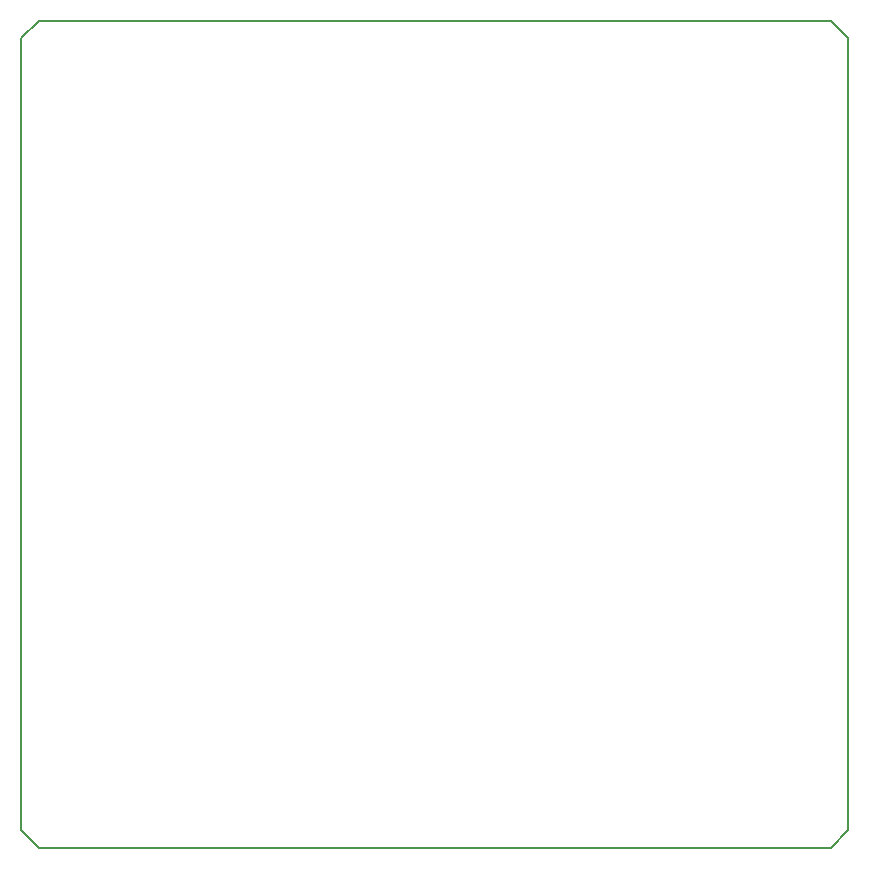
<source format=gbr>
G04 DesignSpark PCB PRO Gerber Version 10.0 Build 5299*
G04 #@! TF.Part,Single*
%FSLAX35Y35*%
%MOIN*%
%ADD29C,0.00500*%
G04 #@! TD.AperFunction*
X0Y0D02*
D02*
D29*
X4331Y6299D02*
Y270079D01*
X10236Y275984D01*
X274016D01*
X279921Y270079D01*
Y6299D01*
X274016Y394D01*
X10236D01*
X4331Y6299D01*
X0Y0D02*
M02*

</source>
